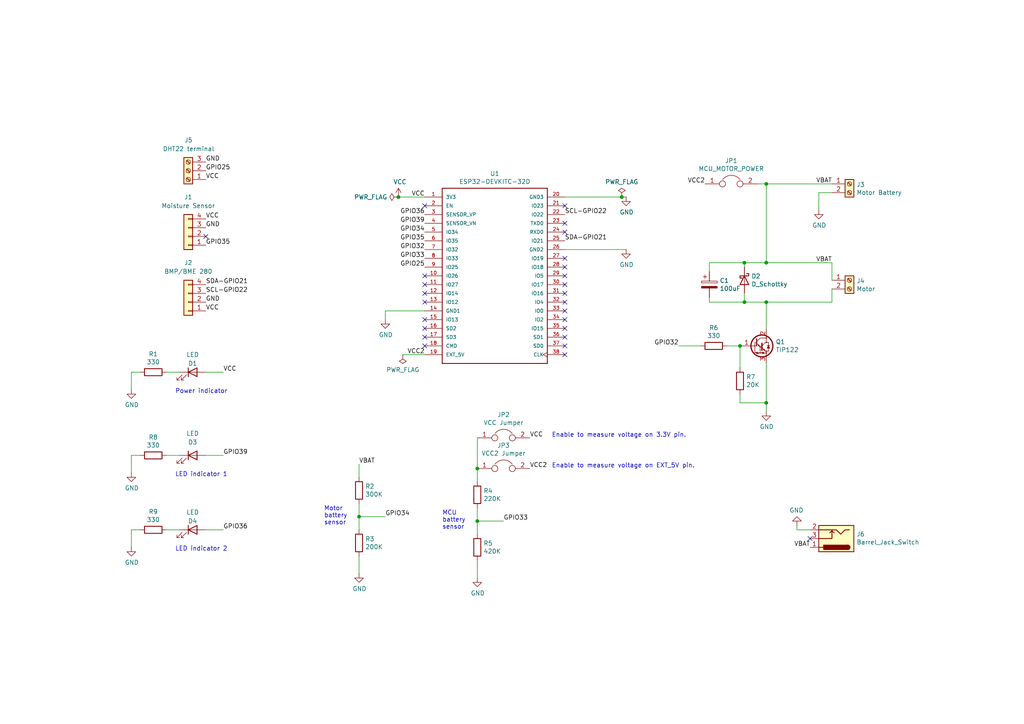
<source format=kicad_sch>
(kicad_sch (version 20250114) (generator "eeschema") (generator_version "9.0")
  (paper "A4")
  (title_block (title "ESP32 Node-red Terrarium controller") (date "2020-07-08") (rev "2") (company "Tech Explorations") (comment 1 "Peter Dalmaris"))
  (lib_symbols
    (symbol "Connector:Barrel_Jack_Switch" (pin_names (hide yes))
      (property "Reference" "J" (at 0 5.334 0))
      (property "Value" "Barrel_Jack_Switch" (at 0 -5.08 0))
      (symbol "Barrel_Jack_Switch_0_1"
        (rectangle (start -5.08 3.81) (end 5.08 -3.81) (stroke (width 0.254)) (fill (type background)))
        (polyline (pts (xy -3.81 -2.54) (xy -2.54 -2.54) (xy -1.27 -1.27) (xy 0 -2.54) (xy 2.54 -2.54) (xy 5.08 -2.54)) (stroke (width 0.254)))
        (arc (start -3.302 1.905) (mid -3.9343 2.54) (end -3.302 3.175) (stroke (width 0.254)))
        (arc (start -3.302 1.905) (mid -3.9343 2.54) (end -3.302 3.175) (stroke (width 0.254)) (fill (type outline)))
        (polyline (pts (xy 1.27 -2.286) (xy 1.905 -1.651)) (stroke (width 0.254)))
        (rectangle (start 3.683 3.175) (end -3.302 1.905) (stroke (width 0.254)) (fill (type outline)))
        (polyline (pts (xy 5.08 2.54) (xy 3.81 2.54)) (stroke (width 0.254)))
        (polyline (pts (xy 5.08 0) (xy 1.27 0) (xy 1.27 -2.286) (xy 0.635 -1.651)) (stroke (width 0.254)))
      )
      (symbol "Barrel_Jack_Switch_1_1"
        (pin passive line (at 7.62 2.54 180) (length 2.54) (name "~") (number "1"))
        (pin passive line (at 7.62 0 180) (length 2.54) (name "~") (number "3"))
        (pin passive line (at 7.62 -2.54 180) (length 2.54) (name "~") (number "2"))
      )
    )
    (symbol "Connector:Screw_Terminal_01x02" (pin_names (offset 1.016) (hide yes))
      (property "Reference" "J" (at 0 2.54 0))
      (property "Value" "Screw_Terminal_01x02" (at 0 -5.08 0))
      (symbol "Screw_Terminal_01x02_1_1"
        (rectangle (start -1.27 1.27) (end 1.27 -3.81) (stroke (width 0.254)) (fill (type background)))
        (polyline (pts (xy -0.5334 0.3302) (xy 0.3302 -0.508)) (stroke (width 0.1524)))
        (polyline (pts (xy -0.5334 -2.2098) (xy 0.3302 -3.048)) (stroke (width 0.1524)))
        (polyline (pts (xy -0.3556 0.508) (xy 0.508 -0.3302)) (stroke (width 0.1524)))
        (polyline (pts (xy -0.3556 -2.032) (xy 0.508 -2.8702)) (stroke (width 0.1524)))
        (circle (center 0 0) (radius 0.635) (stroke (width 0.1524)))
        (circle (center 0 -2.54) (radius 0.635) (stroke (width 0.1524)))
        (pin passive line (at -5.08 0 0) (length 3.81) (name "Pin_1") (number "1"))
        (pin passive line (at -5.08 -2.54 0) (length 3.81) (name "Pin_2") (number "2"))
      )
    )
    (symbol "Connector:Screw_Terminal_01x03" (pin_names (offset 1.016) (hide yes))
      (property "Reference" "J" (at 0 5.08 0))
      (property "Value" "Screw_Terminal_01x03" (at 0 -5.08 0))
      (symbol "Screw_Terminal_01x03_1_1"
        (rectangle (start -1.27 3.81) (end 1.27 -3.81) (stroke (width 0.254)) (fill (type background)))
        (polyline (pts (xy -0.5334 2.8702) (xy 0.3302 2.032)) (stroke (width 0.1524)))
        (polyline (pts (xy -0.5334 0.3302) (xy 0.3302 -0.508)) (stroke (width 0.1524)))
        (polyline (pts (xy -0.5334 -2.2098) (xy 0.3302 -3.048)) (stroke (width 0.1524)))
        (polyline (pts (xy -0.3556 3.048) (xy 0.508 2.2098)) (stroke (width 0.1524)))
        (polyline (pts (xy -0.3556 0.508) (xy 0.508 -0.3302)) (stroke (width 0.1524)))
        (polyline (pts (xy -0.3556 -2.032) (xy 0.508 -2.8702)) (stroke (width 0.1524)))
        (circle (center 0 2.54) (radius 0.635) (stroke (width 0.1524)))
        (circle (center 0 0) (radius 0.635) (stroke (width 0.1524)))
        (circle (center 0 -2.54) (radius 0.635) (stroke (width 0.1524)))
        (pin passive line (at -5.08 2.54 0) (length 3.81) (name "Pin_1") (number "1"))
        (pin passive line (at -5.08 0 0) (length 3.81) (name "Pin_2") (number "2"))
        (pin passive line (at -5.08 -2.54 0) (length 3.81) (name "Pin_3") (number "3"))
      )
    )
    (symbol "Connector_Generic:Conn_01x04" (pin_names (offset 1.016) (hide yes))
      (property "Reference" "J" (at 0 5.08 0))
      (property "Value" "Conn_01x04" (at 0 -7.62 0))
      (symbol "Conn_01x04_1_1"
        (rectangle (start -1.27 3.81) (end 1.27 -6.35) (stroke (width 0.254)) (fill (type background)))
        (rectangle (start -1.27 2.667) (end 0 2.413) (stroke (width 0.1524)))
        (rectangle (start -1.27 0.127) (end 0 -0.127) (stroke (width 0.1524)))
        (rectangle (start -1.27 -2.413) (end 0 -2.667) (stroke (width 0.1524)))
        (rectangle (start -1.27 -4.953) (end 0 -5.207) (stroke (width 0.1524)))
        (pin passive line (at -5.08 2.54 0) (length 3.81) (name "Pin_1") (number "1"))
        (pin passive line (at -5.08 0 0) (length 3.81) (name "Pin_2") (number "2"))
        (pin passive line (at -5.08 -2.54 0) (length 3.81) (name "Pin_3") (number "3"))
        (pin passive line (at -5.08 -5.08 0) (length 3.81) (name "Pin_4") (number "4"))
      )
    )
    (symbol "Device:CP" (pin_numbers (hide yes)) (pin_names (offset 0.254))
      (property "Reference" "C" (at 0.635 2.54 0))
      (property "Value" "Device_CP" (at 0.635 -2.54 0))
      (symbol "CP_0_1"
        (rectangle (start -2.286 0.508) (end -2.286 1.016))
        (rectangle (start -2.286 0.508) (end 2.286 0.508))
        (polyline (pts (xy -1.778 2.286) (xy -0.762 2.286)))
        (polyline (pts (xy -1.27 2.794) (xy -1.27 1.778)))
        (rectangle (start 2.286 1.016) (end -2.286 1.016))
        (rectangle (start 2.286 1.016) (end 2.286 0.508))
        (rectangle (start 2.286 -0.508) (end -2.286 -1.016) (fill (type outline)))
      )
      (symbol "CP_1_1"
        (pin passive line (at 0 3.81 270) (length 2.794) (name "~") (number "1"))
        (pin passive line (at 0 -3.81 90) (length 2.794) (name "~") (number "2"))
      )
    )
    (symbol "Device:D_Schottky" (pin_numbers (hide yes)) (pin_names (offset 1.016) (hide yes))
      (property "Reference" "D" (at 0 2.54 0))
      (property "Value" "D_Schottky" (at 0 -2.54 0))
      (symbol "D_Schottky_0_1"
        (polyline (pts (xy -1.905 0.635) (xy -1.905 1.27) (xy -1.27 1.27) (xy -1.27 -1.27) (xy -0.635 -1.27) (xy -0.635 -0.635)) (stroke (width 0.254)))
        (polyline (pts (xy 1.27 1.27) (xy 1.27 -1.27) (xy -1.27 0) (xy 1.27 1.27)) (stroke (width 0.254)))
        (polyline (pts (xy 1.27 0) (xy -1.27 0)))
      )
      (symbol "D_Schottky_1_1"
        (pin passive line (at -3.81 0 0) (length 2.54) (name "K") (number "1"))
        (pin passive line (at 3.81 0 180) (length 2.54) (name "A") (number "2"))
      )
    )
    (symbol "Device:Jumper" (pin_names (offset 0.762) (hide yes))
      (property "Reference" "JP" (at 0 3.81 0))
      (property "Value" "Device_Jumper" (at 0 -2.032 0))
      (symbol "Jumper_0_1"
        (circle (center -2.54 0) (radius 0.889))
        (arc (start -2.4892 1.27) (mid 0.0077 2.4896) (end 2.5146 1.27))
        (circle (center 2.54 0) (radius 0.889))
        (pin passive line (at -7.62 0 0) (length 4.191) (name "1") (number "1"))
        (pin passive line (at 7.62 0 180) (length 4.191) (name "2") (number "2"))
      )
    )
    (symbol "Device:LED" (pin_numbers (hide yes)) (pin_names (offset 1.016) (hide yes))
      (property "Reference" "D" (at 0 2.54 0))
      (property "Value" "LED" (at 0 -2.54 0))
      (symbol "LED_0_1"
        (polyline (pts (xy -3.048 -0.762) (xy -4.572 -2.286) (xy -3.81 -2.286) (xy -4.572 -2.286) (xy -4.572 -1.524)))
        (polyline (pts (xy -1.778 -0.762) (xy -3.302 -2.286) (xy -2.54 -2.286) (xy -3.302 -2.286) (xy -3.302 -1.524)))
        (polyline (pts (xy -1.27 0) (xy 1.27 0)))
        (polyline (pts (xy -1.27 -1.27) (xy -1.27 1.27)) (stroke (width 0.254)))
        (polyline (pts (xy 1.27 -1.27) (xy 1.27 1.27) (xy -1.27 0) (xy 1.27 -1.27)) (stroke (width 0.254)))
      )
      (symbol "LED_1_1"
        (pin passive line (at -3.81 0 0) (length 2.54) (name "K") (number "1"))
        (pin passive line (at 3.81 0 180) (length 2.54) (name "A") (number "2"))
      )
    )
    (symbol "Device:R" (pin_numbers (hide yes)) (pin_names (offset 0))
      (property "Reference" "R" (at 2.032 0 90))
      (property "Value" "R" (at 0 0 90))
      (symbol "R_0_1"
        (rectangle (start -1.016 -2.54) (end 1.016 2.54) (stroke (width 0.254)))
      )
      (symbol "R_1_1"
        (pin passive line (at 0 3.81 270) (length 1.27) (name "~") (number "1"))
        (pin passive line (at 0 -3.81 90) (length 1.27) (name "~") (number "2"))
      )
    )
    (symbol "ESP32-DEVKITC-32D:ESP32-DEVKITC-32D" (pin_names (offset 1.016))
      (property "Reference" "U" (at -15.2654 26.0604 0))
      (property "Value" "ESP32-DEVKITC-32D_ESP32-DEVKITC-32D" (at -15.2654 -27.9654 0))
      (symbol "ESP32-DEVKITC-32D_0_0"
        (polyline (pts (xy -15.24 25.4) (xy 15.24 25.4)) (stroke (width 0.254)))
        (polyline (pts (xy -15.24 -25.4) (xy -15.24 25.4)) (stroke (width 0.254)))
        (polyline (pts (xy 15.24 25.4) (xy 15.24 -25.4)) (stroke (width 0.254)))
        (polyline (pts (xy 15.24 -25.4) (xy -15.24 -25.4)) (stroke (width 0.254)))
        (pin power_in line (at -20.32 22.86 0) (length 5.08) (name "3V3") (number "1"))
        (pin input line (at -20.32 20.32 0) (length 5.08) (name "EN") (number "2"))
        (pin input line (at -20.32 17.78 0) (length 5.08) (name "SENSOR_VP") (number "3"))
        (pin input line (at -20.32 15.24 0) (length 5.08) (name "SENSOR_VN") (number "4"))
        (pin bidirectional line (at -20.32 12.7 0) (length 5.08) (name "IO34") (number "5"))
        (pin bidirectional line (at -20.32 10.16 0) (length 5.08) (name "IO35") (number "6"))
        (pin bidirectional line (at -20.32 7.62 0) (length 5.08) (name "IO32") (number "7"))
        (pin bidirectional line (at -20.32 5.08 0) (length 5.08) (name "IO33") (number "8"))
        (pin bidirectional line (at -20.32 2.54 0) (length 5.08) (name "IO25") (number "9"))
        (pin bidirectional line (at -20.32 0 0) (length 5.08) (name "IO26") (number "10"))
        (pin bidirectional line (at -20.32 -2.54 0) (length 5.08) (name "IO27") (number "11"))
        (pin bidirectional line (at -20.32 -5.08 0) (length 5.08) (name "IO14") (number "12"))
        (pin bidirectional line (at -20.32 -7.62 0) (length 5.08) (name "IO12") (number "13"))
        (pin power_in line (at -20.32 -10.16 0) (length 5.08) (name "GND1") (number "14"))
        (pin bidirectional line (at -20.32 -12.7 0) (length 5.08) (name "IO13") (number "15"))
        (pin bidirectional line (at -20.32 -15.24 0) (length 5.08) (name "SD2") (number "16"))
        (pin bidirectional line (at -20.32 -17.78 0) (length 5.08) (name "SD3") (number "17"))
        (pin bidirectional line (at -20.32 -20.32 0) (length 5.08) (name "CMD") (number "18"))
        (pin power_in line (at -20.32 -22.86 0) (length 5.08) (name "EXT_5V") (number "19"))
        (pin power_in line (at 20.32 22.86 180) (length 5.08) (name "GND3") (number "20"))
        (pin bidirectional line (at 20.32 20.32 180) (length 5.08) (name "IO23") (number "21"))
        (pin bidirectional line (at 20.32 17.78 180) (length 5.08) (name "IO22") (number "22"))
        (pin output line (at 20.32 15.24 180) (length 5.08) (name "TXD0") (number "23"))
        (pin input line (at 20.32 12.7 180) (length 5.08) (name "RXD0") (number "24"))
        (pin bidirectional line (at 20.32 10.16 180) (length 5.08) (name "IO21") (number "25"))
        (pin power_in line (at 20.32 7.62 180) (length 5.08) (name "GND2") (number "26"))
        (pin bidirectional line (at 20.32 5.08 180) (length 5.08) (name "IO19") (number "27"))
        (pin bidirectional line (at 20.32 2.54 180) (length 5.08) (name "IO18") (number "28"))
        (pin bidirectional line (at 20.32 0 180) (length 5.08) (name "IO5") (number "29"))
        (pin bidirectional line (at 20.32 -2.54 180) (length 5.08) (name "IO17") (number "30"))
        (pin bidirectional line (at 20.32 -5.08 180) (length 5.08) (name "IO16") (number "31"))
        (pin bidirectional line (at 20.32 -7.62 180) (length 5.08) (name "IO4") (number "32"))
        (pin bidirectional line (at 20.32 -10.16 180) (length 5.08) (name "IO0") (number "33"))
        (pin bidirectional line (at 20.32 -12.7 180) (length 5.08) (name "IO2") (number "34"))
        (pin bidirectional line (at 20.32 -15.24 180) (length 5.08) (name "IO15") (number "35"))
        (pin bidirectional line (at 20.32 -17.78 180) (length 5.08) (name "SD1") (number "36"))
        (pin bidirectional line (at 20.32 -20.32 180) (length 5.08) (name "SD0") (number "37"))
        (pin input clock (at 20.32 -22.86 180) (length 5.08) (name "CLK") (number "38"))
      )
    )
    (symbol "ESP32-DEVKITC-32D_1" (pin_names (offset 1.016))
      (property "Reference" "U" (at -15.2654 26.0604 0))
      (property "Value" "ESP32-DEVKITC-32D_ESP32-DEVKITC-32D" (at -15.2654 -27.9654 0))
      (symbol "ESP32-DEVKITC-32D_1_0_0"
        (polyline (pts (xy -15.24 25.4) (xy 15.24 25.4)) (stroke (width 0.254)))
        (polyline (pts (xy -15.24 -25.4) (xy -15.24 25.4)) (stroke (width 0.254)))
        (polyline (pts (xy 15.24 25.4) (xy 15.24 -25.4)) (stroke (width 0.254)))
        (polyline (pts (xy 15.24 -25.4) (xy -15.24 -25.4)) (stroke (width 0.254)))
        (pin power_in line (at -20.32 22.86 0) (length 5.08) (name "3V3") (number "1"))
        (pin input line (at -20.32 20.32 0) (length 5.08) (name "EN") (number "2"))
        (pin input line (at -20.32 17.78 0) (length 5.08) (name "SENSOR_VP") (number "3"))
        (pin input line (at -20.32 15.24 0) (length 5.08) (name "SENSOR_VN") (number "4"))
        (pin bidirectional line (at -20.32 12.7 0) (length 5.08) (name "IO34") (number "5"))
        (pin bidirectional line (at -20.32 10.16 0) (length 5.08) (name "IO35") (number "6"))
        (pin bidirectional line (at -20.32 7.62 0) (length 5.08) (name "IO32") (number "7"))
        (pin bidirectional line (at -20.32 5.08 0) (length 5.08) (name "IO33") (number "8"))
        (pin bidirectional line (at -20.32 2.54 0) (length 5.08) (name "IO25") (number "9"))
        (pin bidirectional line (at -20.32 0 0) (length 5.08) (name "IO26") (number "10"))
        (pin bidirectional line (at -20.32 -2.54 0) (length 5.08) (name "IO27") (number "11"))
        (pin bidirectional line (at -20.32 -5.08 0) (length 5.08) (name "IO14") (number "12"))
        (pin bidirectional line (at -20.32 -7.62 0) (length 5.08) (name "IO12") (number "13"))
        (pin power_in line (at -20.32 -10.16 0) (length 5.08) (name "GND1") (number "14"))
        (pin bidirectional line (at -20.32 -12.7 0) (length 5.08) (name "IO13") (number "15"))
        (pin bidirectional line (at -20.32 -15.24 0) (length 5.08) (name "SD2") (number "16"))
        (pin bidirectional line (at -20.32 -17.78 0) (length 5.08) (name "SD3") (number "17"))
        (pin bidirectional line (at -20.32 -20.32 0) (length 5.08) (name "CMD") (number "18"))
        (pin power_in line (at -20.32 -22.86 0) (length 5.08) (name "EXT_5V") (number "19"))
        (pin power_in line (at 20.32 22.86 180) (length 5.08) (name "GND3") (number "20"))
        (pin bidirectional line (at 20.32 20.32 180) (length 5.08) (name "IO23") (number "21"))
        (pin bidirectional line (at 20.32 17.78 180) (length 5.08) (name "IO22") (number "22"))
        (pin output line (at 20.32 15.24 180) (length 5.08) (name "TXD0") (number "23"))
        (pin input line (at 20.32 12.7 180) (length 5.08) (name "RXD0") (number "24"))
        (pin bidirectional line (at 20.32 10.16 180) (length 5.08) (name "IO21") (number "25"))
        (pin power_in line (at 20.32 7.62 180) (length 5.08) (name "GND2") (number "26"))
        (pin bidirectional line (at 20.32 5.08 180) (length 5.08) (name "IO19") (number "27"))
        (pin bidirectional line (at 20.32 2.54 180) (length 5.08) (name "IO18") (number "28"))
        (pin bidirectional line (at 20.32 0 180) (length 5.08) (name "IO5") (number "29"))
        (pin bidirectional line (at 20.32 -2.54 180) (length 5.08) (name "IO17") (number "30"))
        (pin bidirectional line (at 20.32 -5.08 180) (length 5.08) (name "IO16") (number "31"))
        (pin bidirectional line (at 20.32 -7.62 180) (length 5.08) (name "IO4") (number "32"))
        (pin bidirectional line (at 20.32 -10.16 180) (length 5.08) (name "IO0") (number "33"))
        (pin bidirectional line (at 20.32 -12.7 180) (length 5.08) (name "IO2") (number "34"))
        (pin bidirectional line (at 20.32 -15.24 180) (length 5.08) (name "IO15") (number "35"))
        (pin bidirectional line (at 20.32 -17.78 180) (length 5.08) (name "SD1") (number "36"))
        (pin bidirectional line (at 20.32 -20.32 180) (length 5.08) (name "SD0") (number "37"))
        (pin input clock (at 20.32 -22.86 180) (length 5.08) (name "CLK") (number "38"))
      )
    )
    (symbol "Transistor_BJT:TIP122" (pin_names (offset 0) (hide yes))
      (property "Reference" "Q" (at 5.08 1.905 0))
      (property "Value" "TIP122" (at 5.08 0 0))
      (symbol "TIP122_0_1"
        (polyline (pts (xy -1.27 0) (xy -0.889 0)))
        (circle (center -0.762 0) (radius 0.127))
        (polyline (pts (xy -0.254 2.032) (xy -0.254 0) (xy -0.254 0)) (stroke (width 0.3048)))
        (polyline (pts (xy -0.254 1.27) (xy 0.762 2.286) (xy 2.54 2.286)))
        (polyline (pts (xy -0.254 1.016) (xy -0.762 1.016) (xy -0.762 -2.032)))
        (polyline (pts (xy -0.254 0.762) (xy 0.762 -0.254) (xy 1.27 -0.254)))
        (polyline (pts (xy 0.635 -0.127) (xy 0.381 0.381) (xy 0.127 0.127) (xy 0.635 -0.127)))
        (polyline (pts (xy 0.762 -0.254) (xy 0.762 -2.032) (xy 1.143 -2.032) (xy 1.27 -1.778) (xy 1.397 -2.286) (xy 1.524 -1.778) (xy 1.651 -2.286) (xy 1.778 -1.778) (xy 1.905 -2.286) (xy 2.032 -2.032) (xy 2.54 -2.032)))
        (circle (center 0.762 -0.254) (radius 0.127))
        (polyline (pts (xy 0.762 -2.032) (xy 0.381 -2.032) (xy 0.254 -2.286) (xy 0.127 -1.778) (xy 0 -2.286) (xy -0.127 -1.778) (xy -0.254 -2.286) (xy -0.381 -1.778) (xy -0.508 -2.032) (xy -0.762 -2.032)))
        (circle (center 0.762 -2.032) (radius 0.127))
        (polyline (pts (xy 1.27 0.762) (xy 1.27 -1.27) (xy 1.27 -1.27)) (stroke (width 0.381)))
        (polyline (pts (xy 1.27 0) (xy 2.286 1.016) (xy 2.54 1.016) (xy 2.54 2.286)))
        (circle (center 1.27 0) (radius 3.175) (stroke (width 0.3556)))
        (polyline (pts (xy 1.27 -0.508) (xy 2.286 -1.524) (xy 2.54 -1.524) (xy 2.54 -2.032)))
        (polyline (pts (xy 2.159 -1.397) (xy 1.905 -0.889) (xy 1.651 -1.143) (xy 2.159 -1.397)))
        (circle (center 2.54 2.286) (radius 0.127))
        (circle (center 2.54 1.016) (radius 0.127))
        (polyline (pts (xy 2.54 -1.524) (xy 3.175 -1.524)))
        (circle (center 2.54 -1.524) (radius 0.127))
        (polyline (pts (xy 2.54 -2.032) (xy 2.54 -2.54)))
        (circle (center 2.54 -2.032) (radius 0.127))
        (polyline (pts (xy 2.794 0.127) (xy 3.556 0.127)))
        (polyline (pts (xy 3.175 1.016) (xy 2.54 1.016)))
        (polyline (pts (xy 3.175 1.016) (xy 3.175 0.127)))
        (polyline (pts (xy 3.175 0.127) (xy 2.794 -0.635) (xy 3.556 -0.635) (xy 3.175 0.127)) (fill (type outline)))
        (polyline (pts (xy 3.175 -0.635) (xy 3.175 -1.524)))
      )
      (symbol "TIP122_1_1"
        (pin input line (at -5.08 0 0) (length 3.81) (name "B") (number "1"))
        (pin passive line (at 2.54 5.08 270) (length 2.667) (name "C") (number "2"))
        (pin passive line (at 2.54 -5.08 90) (length 2.54) (name "E") (number "3"))
      )
    )
    (symbol "power:GND" (power) (pin_numbers (hide yes)) (pin_names (offset 0) (hide yes))
      (property "Value" "GND" (at 0 -3.81 0))
      (symbol "GND_0_1"
        (polyline (pts (xy 0 0) (xy 0 -1.27) (xy 1.27 -1.27) (xy 0 -2.54) (xy -1.27 -1.27) (xy 0 -1.27)))
      )
      (symbol "GND_1_1"
        (pin power_in line (at 0 0 270) (length 0) (name "~") (number "1"))
      )
    )
    (symbol "power:PWR_FLAG" (power) (pin_numbers (hide yes)) (pin_names (offset 0) (hide yes))
      (property "Value" "PWR_FLAG" (at 0 3.81 0))
      (symbol "PWR_FLAG_0_0"
        (pin power_out line (at 0 0 90) (length 0) (name "~") (number "1"))
      )
      (symbol "PWR_FLAG_0_1"
        (polyline (pts (xy 0 0) (xy 0 1.27) (xy -1.016 1.905) (xy 0 2.54) (xy 1.016 1.905) (xy 0 1.27)))
      )
    )
    (symbol "power:VCC" (power) (pin_numbers (hide yes)) (pin_names (offset 0) (hide yes))
      (property "Value" "VCC" (at 0 3.556 0))
      (symbol "VCC_0_1"
        (polyline (pts (xy -0.762 1.27) (xy 0 2.54)))
        (polyline (pts (xy 0 2.54) (xy 0.762 1.27)))
        (polyline (pts (xy 0 0) (xy 0 2.54)))
      )
      (symbol "VCC_1_1"
        (pin power_in line (at 0 0 90) (length 0) (name "~") (number "1"))
      )
    )
  )
  (text "LED indicator 2" (at 50.8 160.02 0) (effects (font (size 1.27 1.27)) (justify left bottom)))
  (text "Power indicator" (at 50.8 114.3 0) (effects (font (size 1.27 1.27)) (justify left bottom)))
  (text "Enable to measure voltage on EXT_5V pin." (at 160.02 135.89 0) (effects (font (size 1.27 1.27)) (justify left bottom)))
  (text "Enable to measure voltage on 3.3V pin." (at 160.02 127 0) (effects (font (size 1.27 1.27)) (justify left bottom)))
  (text "Motor \nbattery \nsensor" (at 93.98 152.4 0) (effects (font (size 1.27 1.27)) (justify left bottom)))
  (text "LED indicator 1" (at 50.8 138.43 0) (effects (font (size 1.27 1.27)) (justify left bottom)))
  (text "MCU \nbattery \nsensor" (at 128.27 153.67 0) (effects (font (size 1.27 1.27)) (justify left bottom)))
  (junction (at 215.9 76.2))
  (junction (at 180.34 57.15))
  (junction (at 222.25 76.2))
  (junction (at 215.9 87.63))
  (junction (at 214.63 100.33))
  (junction (at 115.57 57.15))
  (junction (at 104.14 149.86))
  (junction (at 222.25 116.84))
  (junction (at 138.43 135.89))
  (junction (at 138.43 151.13))
  (junction (at 222.25 87.63))
  (junction (at 222.25 53.34))
  (no_connect (at 163.83 67.31))
  (no_connect (at 123.19 85.09))
  (no_connect (at 123.19 97.79))
  (no_connect (at 163.83 80.01))
  (no_connect (at 123.19 92.71))
  (no_connect (at 234.95 156.21))
  (no_connect (at 163.83 87.63))
  (no_connect (at 163.83 90.17))
  (no_connect (at 163.83 74.93))
  (no_connect (at 123.19 95.25))
  (no_connect (at 163.83 97.79))
  (no_connect (at 163.83 100.33))
  (no_connect (at 123.19 87.63))
  (no_connect (at 163.83 85.09))
  (no_connect (at 163.83 95.25))
  (no_connect (at 163.83 102.87))
  (no_connect (at 163.83 77.47))
  (no_connect (at 123.19 59.69))
  (no_connect (at 163.83 59.69))
  (no_connect (at 59.69 68.58))
  (no_connect (at 163.83 64.77))
  (no_connect (at 163.83 92.71))
  (no_connect (at 163.83 82.55))
  (no_connect (at 123.19 100.33))
  (no_connect (at 123.19 80.01))
  (no_connect (at 123.19 82.55))
  (wire (pts (xy 38.1 158.75) (xy 38.1 153.67)))
  (wire (pts (xy 59.69 132.08) (xy 64.77 132.08)))
  (wire (pts (xy 215.9 87.63) (xy 222.25 87.63)))
  (wire (pts (xy 48.26 107.95) (xy 52.07 107.95)))
  (wire (pts (xy 104.14 161.29) (xy 104.14 166.37)))
  (wire (pts (xy 138.43 151.13) (xy 146.05 151.13)))
  (wire (pts (xy 180.34 57.15) (xy 181.61 57.15)))
  (wire (pts (xy 219.71 53.34) (xy 222.25 53.34)))
  (wire (pts (xy 205.74 87.63) (xy 205.74 86.36)))
  (wire (pts (xy 237.49 55.88) (xy 237.49 60.96)))
  (wire (pts (xy 241.3 87.63) (xy 222.25 87.63)))
  (wire (pts (xy 48.26 153.67) (xy 52.07 153.67)))
  (wire (pts (xy 222.25 116.84) (xy 222.25 119.38)))
  (wire (pts (xy 138.43 135.89) (xy 138.43 127)))
  (wire (pts (xy 234.95 153.67) (xy 231.14 153.67)))
  (wire (pts (xy 215.9 87.63) (xy 205.74 87.63)))
  (wire (pts (xy 215.9 76.2) (xy 222.25 76.2)))
  (wire (pts (xy 163.83 72.39) (xy 181.61 72.39)))
  (wire (pts (xy 205.74 76.2) (xy 205.74 78.74)))
  (wire (pts (xy 241.3 83.82) (xy 241.3 87.63)))
  (wire (pts (xy 138.43 147.32) (xy 138.43 151.13)))
  (wire (pts (xy 104.14 149.86) (xy 111.76 149.86)))
  (wire (pts (xy 241.3 81.28) (xy 241.3 76.2)))
  (wire (pts (xy 111.76 90.17) (xy 111.76 92.71)))
  (wire (pts (xy 104.14 149.86) (xy 104.14 153.67)))
  (wire (pts (xy 214.63 106.68) (xy 214.63 100.33)))
  (wire (pts (xy 104.14 146.05) (xy 104.14 149.86)))
  (wire (pts (xy 214.63 114.3) (xy 214.63 116.84)))
  (wire (pts (xy 215.9 77.47) (xy 215.9 76.2)))
  (wire (pts (xy 104.14 138.43) (xy 104.14 134.62)))
  (wire (pts (xy 222.25 105.41) (xy 222.25 116.84)))
  (wire (pts (xy 222.25 53.34) (xy 222.25 76.2)))
  (wire (pts (xy 215.9 85.09) (xy 215.9 87.63)))
  (wire (pts (xy 163.83 57.15) (xy 180.34 57.15)))
  (wire (pts (xy 38.1 107.95) (xy 40.64 107.95)))
  (wire (pts (xy 48.26 132.08) (xy 52.07 132.08)))
  (wire (pts (xy 214.63 116.84) (xy 222.25 116.84)))
  (wire (pts (xy 59.69 153.67) (xy 64.77 153.67)))
  (wire (pts (xy 241.3 53.34) (xy 222.25 53.34)))
  (wire (pts (xy 138.43 162.56) (xy 138.43 167.64)))
  (wire (pts (xy 215.9 76.2) (xy 205.74 76.2)))
  (wire (pts (xy 38.1 153.67) (xy 40.64 153.67)))
  (wire (pts (xy 138.43 151.13) (xy 138.43 154.94)))
  (wire (pts (xy 203.2 100.33) (xy 196.85 100.33)))
  (wire (pts (xy 59.69 107.95) (xy 64.77 107.95)))
  (wire (pts (xy 38.1 137.16) (xy 38.1 132.08)))
  (wire (pts (xy 241.3 76.2) (xy 222.25 76.2)))
  (wire (pts (xy 123.19 90.17) (xy 111.76 90.17)))
  (wire (pts (xy 222.25 87.63) (xy 222.25 95.25)))
  (wire (pts (xy 38.1 132.08) (xy 40.64 132.08)))
  (wire (pts (xy 138.43 135.89) (xy 138.43 139.7)))
  (wire (pts (xy 38.1 113.03) (xy 38.1 107.95)))
  (wire (pts (xy 231.14 153.67) (xy 231.14 152.4)))
  (wire (pts (xy 210.82 100.33) (xy 214.63 100.33)))
  (wire (pts (xy 123.19 102.87) (xy 116.84 102.87)))
  (wire (pts (xy 115.57 57.15) (xy 123.19 57.15)))
  (wire (pts (xy 241.3 55.88) (xy 237.49 55.88)))
  (label "SCL-GPIO22" (at 163.83 62.23 0))
  (label "GPIO39" (at 64.77 132.08 0))
  (label "GPIO39" (at 123.19 64.77 180))
  (label "VCC2" (at 204.47 53.34 180))
  (label "VCC2" (at 153.67 135.89 0))
  (label "VCC" (at 59.69 63.5 0))
  (label "GPIO34" (at 123.19 67.31 180))
  (label "GND" (at 59.69 66.04 0))
  (label "GPIO36" (at 64.77 153.67 0))
  (label "GPIO33" (at 146.05 151.13 0))
  (label "VBAT" (at 234.95 158.75 180))
  (label "VBAT" (at 241.3 76.2 180))
  (label "VCC" (at 59.69 52.07 0))
  (label "GPIO25" (at 59.69 49.53 0))
  (label "GPIO32" (at 196.85 100.33 180))
  (label "GPIO33" (at 123.19 74.93 180))
  (label "VCC" (at 59.69 90.17 0))
  (label "GPIO32" (at 123.19 72.39 180))
  (label "GPIO35" (at 123.19 69.85 180))
  (label "GND" (at 59.69 46.99 0))
  (label "GPIO25" (at 123.19 77.47 180))
  (label "SCL-GPIO22" (at 59.69 85.09 0))
  (label "GPIO36" (at 123.19 62.23 180))
  (label "SDA-GPIO21" (at 163.83 69.85 0))
  (label "VCC" (at 153.67 127 0))
  (label "VCC" (at 64.77 107.95 0))
  (label "VBAT" (at 104.14 134.62 0))
  (label "SDA-GPIO21" (at 59.69 82.55 0))
  (label "VCC" (at 123.19 57.15 180))
  (label "GND" (at 59.69 87.63 0))
  (label "GPIO34" (at 111.76 149.86 0))
  (label "VBAT" (at 241.3 53.34 180))
  (label "GPIO35" (at 59.69 71.12 0))
  (label "VCC2" (at 123.19 102.87 180))
  (symbol (lib_name "ESP32-DEVKITC-32D_1") (lib_id "ESP32-DEVKITC-32D:ESP32-DEVKITC-32D") (at 143.51 80.01 0) (unit 1)
    (property "Reference" "U1" (at 143.51 50.3682 0))
    (property "Value" "ESP32-DEVKITC-32D" (at 143.51 52.6796 0))
    (property "Footprint" "Custom_project_footprints:MODULE_ESP32-DEVKITC_PD" (effects (hide yes)))
    (property "Datasheet" "None" (effects (hide yes)))
    (property "Field4" "Espressif Systems" (effects (hide yes)))
    (property "Field5" "None" (effects (hide yes)))
    (property "Field6" "Eval Board For Esp-Wroom-32" (effects (hide yes)))
    (property "Field7" "ESP32-DEVKITC-32D" (effects (hide yes)))
    (property "Field8" "Unavailable" (effects (hide yes)))
  )
  (symbol (lib_id "Connector_Generic:Conn_01x04") (at 54.61 68.58 180) (unit 1)
    (property "Reference" "J1" (at 54.61 57.15 0))
    (property "Value" "Moisture Sensor" (at 54.61 59.69 0))
    (property "Footprint" "Connector_PinHeader_2.54mm:PinHeader_1x04_P2.54mm_Vertical" (effects (hide yes)))
  )
  (symbol (lib_id "Connector_Generic:Conn_01x04") (at 54.61 87.63 180) (unit 1)
    (property "Reference" "J2" (at 54.61 76.2 0))
    (property "Value" "BMP/BME 280" (at 54.61 78.74 0))
    (property "Footprint" "Connector_PinHeader_2.54mm:PinHeader_1x04_P2.54mm_Vertical" (effects (hide yes)))
  )
  (symbol (lib_id "Device:LED") (at 55.88 107.95 0) (unit 1)
    (property "Reference" "D1" (at 55.88 105.41 0))
    (property "Value" "LED" (at 55.88 102.87 0))
    (property "Footprint" "LED_THT:LED_D5.0mm" (effects (hide yes)))
  )
  (symbol (lib_id "Device:R") (at 44.45 107.95 270) (unit 1)
    (property "Reference" "R1" (at 44.45 102.6922 90))
    (property "Value" "330" (at 44.45 105.0036 90))
    (property "Footprint" "Resistor_THT:R_Axial_DIN0207_L6.3mm_D2.5mm_P7.62mm_Horizontal" (effects (hide yes)))
  )
  (symbol (lib_id "power:GND") (at 111.76 92.71 0) (unit 1)
    (property "Reference" "#PWR03" (effects (hide yes)))
    (property "Value" "GND" (at 111.887 97.1042 0))
  )
  (symbol (lib_id "power:GND") (at 38.1 113.03 0) (unit 1)
    (property "Reference" "#PWR01" (effects (hide yes)))
    (property "Value" "GND" (at 38.227 117.4242 0))
  )
  (symbol (lib_id "power:VCC") (at 115.57 57.15 0) (unit 1)
    (property "Reference" "#PWR04" (effects (hide yes)))
    (property "Value" "VCC" (at 116.0018 52.7558 0))
  )
  (symbol (lib_id "power:GND") (at 181.61 72.39 0) (unit 1)
    (property "Reference" "#PWR07" (effects (hide yes)))
    (property "Value" "GND" (at 181.737 76.7842 0))
  )
  (symbol (lib_id "Connector:Screw_Terminal_01x02") (at 246.38 53.34 0) (unit 1)
    (property "Reference" "J3" (at 248.412 53.5432 0) (effects (justify left)))
    (property "Value" "Motor Battery" (at 248.412 55.8546 0) (effects (justify left)))
    (property "Footprint" "TerminalBlock:TerminalBlock_bornier-2_P5.08mm" (effects (hide yes)))
  )
  (symbol (lib_id "Connector:Screw_Terminal_01x02") (at 246.38 81.28 0) (unit 1)
    (property "Reference" "J4" (at 248.412 81.4832 0) (effects (justify left)))
    (property "Value" "Motor" (at 248.412 83.7946 0) (effects (justify left)))
    (property "Footprint" "TerminalBlock:TerminalBlock_bornier-2_P5.08mm" (effects (hide yes)))
  )
  (symbol (lib_id "Transistor_BJT:TIP122") (at 219.71 100.33 0) (unit 1)
    (property "Reference" "Q1" (at 224.9678 99.1616 0) (effects (justify left)))
    (property "Value" "TIP122" (at 224.9678 101.473 0) (effects (justify left)))
    (property "Footprint" "Package_TO_SOT_THT:TO-220-3_Vertical" (effects (hide yes)))
    (property "Datasheet" "http://www.fairchildsemi.com/ds/TI/TIP120.pdf" (effects (hide yes)))
  )
  (symbol (lib_id "Device:R") (at 207.01 100.33 270) (unit 1)
    (property "Reference" "R6" (at 207.01 95.0722 90))
    (property "Value" "330" (at 207.01 97.3836 90))
    (property "Footprint" "Resistor_THT:R_Axial_DIN0207_L6.3mm_D2.5mm_P7.62mm_Horizontal" (effects (hide yes)))
  )
  (symbol (lib_id "Device:D_Schottky") (at 215.9 81.28 270) (unit 1)
    (property "Reference" "D2" (at 217.9066 80.1116 90) (effects (justify left)))
    (property "Value" "D_Schottky" (at 217.9066 82.423 90) (effects (justify left)))
    (property "Footprint" "Diode_THT:D_DO-41_SOD81_P7.62mm_Horizontal" (effects (hide yes)))
  )
  (symbol (lib_id "power:GND") (at 222.25 119.38 0) (unit 1)
    (property "Reference" "#PWR08" (effects (hide yes)))
    (property "Value" "GND" (at 222.377 123.7742 0))
  )
  (symbol (lib_id "Device:R") (at 214.63 110.49 0) (unit 1)
    (property "Reference" "R7" (at 216.408 109.3216 0) (effects (justify left)))
    (property "Value" "20K" (at 216.408 111.633 0) (effects (justify left)))
    (property "Footprint" "Resistor_THT:R_Axial_DIN0207_L6.3mm_D2.5mm_P7.62mm_Horizontal" (effects (hide yes)))
  )
  (symbol (lib_id "power:GND") (at 237.49 60.96 0) (unit 1)
    (property "Reference" "#PWR09" (effects (hide yes)))
    (property "Value" "GND" (at 237.617 65.3542 0))
  )
  (symbol (lib_id "Device:R") (at 104.14 142.24 0) (unit 1)
    (property "Reference" "R2" (at 105.918 141.0716 0) (effects (justify left)))
    (property "Value" "300K" (at 105.918 143.383 0) (effects (justify left)))
    (property "Footprint" "Resistor_THT:R_Axial_DIN0207_L6.3mm_D2.5mm_P7.62mm_Horizontal" (effects (hide yes)))
  )
  (symbol (lib_id "Device:R") (at 104.14 157.48 0) (unit 1)
    (property "Reference" "R3" (at 105.918 156.3116 0) (effects (justify left)))
    (property "Value" "200K" (at 105.918 158.623 0) (effects (justify left)))
    (property "Footprint" "Resistor_THT:R_Axial_DIN0207_L6.3mm_D2.5mm_P7.62mm_Horizontal" (effects (hide yes)))
  )
  (symbol (lib_id "power:GND") (at 104.14 166.37 0) (unit 1)
    (property "Reference" "#PWR02" (effects (hide yes)))
    (property "Value" "GND" (at 104.267 170.7642 0))
  )
  (symbol (lib_id "Device:R") (at 138.43 143.51 0) (unit 1)
    (property "Reference" "R4" (at 140.208 142.3416 0) (effects (justify left)))
    (property "Value" "220K" (at 140.208 144.653 0) (effects (justify left)))
    (property "Footprint" "Resistor_THT:R_Axial_DIN0207_L6.3mm_D2.5mm_P7.62mm_Horizontal" (effects (hide yes)))
  )
  (symbol (lib_id "Device:R") (at 138.43 158.75 0) (unit 1)
    (property "Reference" "R5" (at 140.208 157.5816 0) (effects (justify left)))
    (property "Value" "420K" (at 140.208 159.893 0) (effects (justify left)))
    (property "Footprint" "Resistor_THT:R_Axial_DIN0207_L6.3mm_D2.5mm_P7.62mm_Horizontal" (effects (hide yes)))
  )
  (symbol (lib_id "power:GND") (at 138.43 167.64 0) (unit 1)
    (property "Reference" "#PWR05" (effects (hide yes)))
    (property "Value" "GND" (at 138.557 172.0342 0))
  )
  (symbol (lib_id "power:PWR_FLAG") (at 115.57 57.15 90) (unit 1)
    (property "Reference" "#FLG0101" (effects (hide yes)))
    (property "Value" "PWR_FLAG" (at 112.3442 57.15 90) (effects (justify left)))
  )
  (symbol (lib_id "power:GND") (at 181.61 57.15 0) (unit 1)
    (property "Reference" "#PWR0101" (effects (hide yes)))
    (property "Value" "GND" (at 181.737 61.5442 0))
  )
  (symbol (lib_id "power:PWR_FLAG") (at 180.34 57.15 0) (unit 1)
    (property "Reference" "#FLG0102" (effects (hide yes)))
    (property "Value" "PWR_FLAG" (at 180.34 52.7558 0))
  )
  (symbol (lib_id "power:GND") (at 231.14 152.4 180) (unit 1)
    (property "Reference" "#PWR0102" (effects (hide yes)))
    (property "Value" "GND" (at 231.013 148.0058 0))
  )
  (symbol (lib_id "Device:Jumper") (at 212.09 53.34 0) (unit 1)
    (property "Reference" "JP1" (at 212.09 46.6344 0))
    (property "Value" "MCU_MOTOR_POWER" (at 212.09 48.9458 0))
    (property "Footprint" "Connector_PinHeader_2.54mm:PinHeader_1x02_P2.54mm_Vertical" (effects (hide yes)))
  )
  (symbol (lib_id "power:PWR_FLAG") (at 116.84 102.87 180) (unit 1)
    (property "Reference" "#FLG0103" (effects (hide yes)))
    (property "Value" "PWR_FLAG" (at 116.84 107.2642 0))
  )
  (symbol (lib_id "Device:Jumper") (at 146.05 127 0) (unit 1)
    (property "Reference" "JP2" (at 146.05 120.2944 0))
    (property "Value" "VCC Jumper" (at 146.05 122.6058 0))
    (property "Footprint" "Connector_PinHeader_2.54mm:PinHeader_1x02_P2.54mm_Vertical" (effects (hide yes)))
  )
  (symbol (lib_id "Device:Jumper") (at 146.05 135.89 0) (unit 1)
    (property "Reference" "JP3" (at 146.05 129.1844 0))
    (property "Value" "VCC2 Jumper" (at 146.05 131.4958 0))
    (property "Footprint" "Connector_PinHeader_2.54mm:PinHeader_1x02_P2.54mm_Vertical" (effects (hide yes)))
  )
  (symbol (lib_id "Connector:Barrel_Jack_Switch") (at 242.57 156.21 180) (unit 1)
    (property "Reference" "J6" (at 248.412 154.94 0) (effects (justify right)))
    (property "Value" "Barrel_Jack_Switch" (at 248.412 157.2514 0) (effects (justify right)))
    (property "Footprint" "Connector_BarrelJack:BarrelJack_Horizontal" (effects (hide yes)))
  )
  (symbol (lib_id "Device:LED") (at 55.88 132.08 0) (unit 1)
    (property "Reference" "D3" (at 55.88 128.27 0))
    (property "Value" "LED" (at 55.88 125.73 0))
    (property "Footprint" "LED_THT:LED_D5.0mm" (effects (hide yes)))
  )
  (symbol (lib_id "Device:R") (at 44.45 132.08 270) (unit 1)
    (property "Reference" "R8" (at 44.45 126.8222 90))
    (property "Value" "330" (at 44.45 129.1336 90))
    (property "Footprint" "Resistor_THT:R_Axial_DIN0207_L6.3mm_D2.5mm_P7.62mm_Horizontal" (effects (hide yes)))
  )
  (symbol (lib_id "power:GND") (at 38.1 137.16 0) (unit 1)
    (property "Reference" "#PWR06" (effects (hide yes)))
    (property "Value" "GND" (at 38.227 141.5542 0))
  )
  (symbol (lib_id "Device:LED") (at 55.88 153.67 0) (unit 1)
    (property "Reference" "D4" (at 55.88 151.13 0))
    (property "Value" "LED" (at 55.88 148.59 0))
    (property "Footprint" "LED_THT:LED_D5.0mm" (effects (hide yes)))
  )
  (symbol (lib_id "Device:R") (at 44.45 153.67 270) (unit 1)
    (property "Reference" "R9" (at 44.45 148.4122 90))
    (property "Value" "330" (at 44.45 150.7236 90))
    (property "Footprint" "Resistor_THT:R_Axial_DIN0207_L6.3mm_D2.5mm_P7.62mm_Horizontal" (effects (hide yes)))
  )
  (symbol (lib_id "power:GND") (at 38.1 158.75 0) (unit 1)
    (property "Reference" "#PWR010" (effects (hide yes)))
    (property "Value" "GND" (at 38.227 163.1442 0))
  )
  (symbol (lib_id "Connector:Screw_Terminal_01x03") (at 54.61 49.53 180) (unit 1)
    (property "Reference" "J5" (at 55.88 40.64 0) (effects (justify left)))
    (property "Value" "DHT22 terminal" (at 62.23 43.18 0) (effects (justify left)))
    (property "Footprint" "TerminalBlock:TerminalBlock_bornier-3_P5.08mm" (effects (hide yes)))
  )
  (symbol (lib_id "Device:CP") (at 205.74 82.55 0) (unit 1)
    (property "Reference" "C1" (at 208.7372 81.3816 0) (effects (justify left)))
    (property "Value" "100uF" (at 208.7372 83.693 0) (effects (justify left)))
    (property "Footprint" "Capacitor_THT:CP_Radial_D8.0mm_P3.80mm" (effects (hide yes)))
  )
)
</source>
